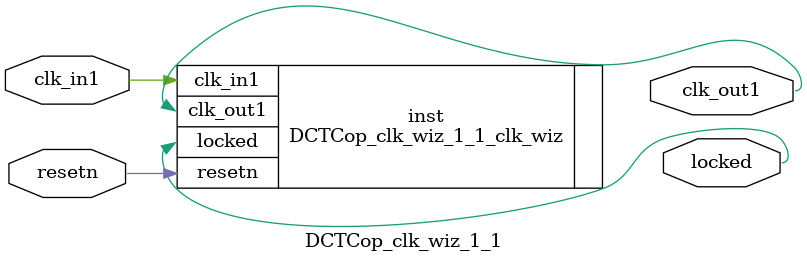
<source format=v>


`timescale 1ps/1ps

(* CORE_GENERATION_INFO = "DCTCop_clk_wiz_1_1,clk_wiz_v6_0_3_0_0,{component_name=DCTCop_clk_wiz_1_1,use_phase_alignment=true,use_min_o_jitter=false,use_max_i_jitter=false,use_dyn_phase_shift=false,use_inclk_switchover=false,use_dyn_reconfig=false,enable_axi=0,feedback_source=FDBK_AUTO,PRIMITIVE=MMCM,num_out_clk=1,clkin1_period=10.000,clkin2_period=10.000,use_power_down=false,use_reset=true,use_locked=true,use_inclk_stopped=false,feedback_type=SINGLE,CLOCK_MGR_TYPE=NA,manual_override=false}" *)

module DCTCop_clk_wiz_1_1 
 (
  // Clock out ports
  output        clk_out1,
  // Status and control signals
  input         resetn,
  output        locked,
 // Clock in ports
  input         clk_in1
 );

  DCTCop_clk_wiz_1_1_clk_wiz inst
  (
  // Clock out ports  
  .clk_out1(clk_out1),
  // Status and control signals               
  .resetn(resetn), 
  .locked(locked),
 // Clock in ports
  .clk_in1(clk_in1)
  );

endmodule

</source>
